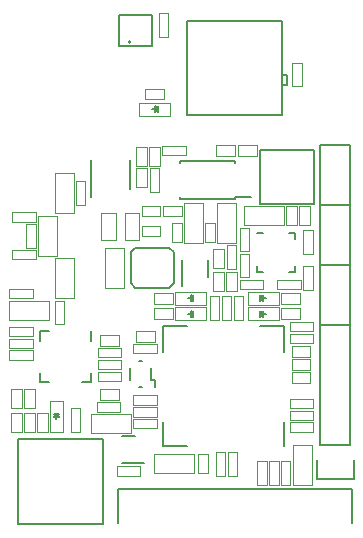
<source format=gto>
G04 #@! TF.FileFunction,Legend,Top*
%FSLAX46Y46*%
G04 Gerber Fmt 4.6, Leading zero omitted, Abs format (unit mm)*
G04 Created by KiCad (PCBNEW 4.0.2+dfsg1-stable) date Mo 03 Apr 2017 04:54:38 CEST*
%MOMM*%
G01*
G04 APERTURE LIST*
%ADD10C,0.100000*%
%ADD11C,0.150000*%
%ADD12C,0.200000*%
G04 APERTURE END LIST*
D10*
D11*
X76327000Y-106680000D02*
X73850500Y-106680000D01*
X76327000Y-101600000D02*
X73850500Y-101600000D01*
X76327000Y-96520000D02*
X73850500Y-96520000D01*
D10*
X57300000Y-99450000D02*
X57300000Y-97150000D01*
X57300000Y-97150000D02*
X58500000Y-97150000D01*
X58500000Y-97150000D02*
X58500000Y-99450000D01*
X58500000Y-99450000D02*
X57300000Y-99450000D01*
D11*
X73830000Y-116830000D02*
X73830000Y-91430000D01*
X73830000Y-91430000D02*
X76370000Y-91430000D01*
X76370000Y-91430000D02*
X76370000Y-116830000D01*
X73550000Y-119650000D02*
X73550000Y-118100000D01*
X73830000Y-116830000D02*
X76370000Y-116830000D01*
X76650000Y-118100000D02*
X76650000Y-119650000D01*
X76650000Y-119650000D02*
X73550000Y-119650000D01*
D10*
X58600000Y-119400000D02*
X56600000Y-119400000D01*
X56600000Y-119400000D02*
X56600000Y-118600000D01*
X56600000Y-118600000D02*
X58600000Y-118600000D01*
X58600000Y-118600000D02*
X58600000Y-119400000D01*
D11*
X66625000Y-96025000D02*
X66625000Y-95825000D01*
X61975000Y-96025000D02*
X61975000Y-95825000D01*
X61975000Y-92775000D02*
X61975000Y-92975000D01*
X66625000Y-92775000D02*
X66625000Y-92975000D01*
X66625000Y-96025000D02*
X61975000Y-96025000D01*
X66625000Y-92775000D02*
X61975000Y-92775000D01*
X66625000Y-95825000D02*
X67975000Y-95825000D01*
D10*
X58000000Y-108250000D02*
X60000000Y-108250000D01*
X60000000Y-108250000D02*
X60000000Y-109050000D01*
X60000000Y-109050000D02*
X58000000Y-109050000D01*
X58000000Y-109050000D02*
X58000000Y-108250000D01*
D11*
X59800000Y-111300000D02*
X59800000Y-111900000D01*
X59500000Y-111300000D02*
X59800000Y-111300000D01*
X57700000Y-111300000D02*
X57700000Y-110300000D01*
X59500000Y-111300000D02*
X59500000Y-110300000D01*
X58500000Y-109700000D02*
X58700000Y-109700000D01*
X58700000Y-111900000D02*
X58500000Y-111900000D01*
D10*
X58000000Y-114600000D02*
X60000000Y-114600000D01*
X60000000Y-114600000D02*
X60000000Y-115400000D01*
X60000000Y-115400000D02*
X58000000Y-115400000D01*
X58000000Y-115400000D02*
X58000000Y-114600000D01*
X60170000Y-82250000D02*
X60170000Y-80250000D01*
X60170000Y-80250000D02*
X60970000Y-80250000D01*
X60970000Y-80250000D02*
X60970000Y-82250000D01*
X60970000Y-82250000D02*
X60170000Y-82250000D01*
D11*
X57740711Y-82675000D02*
G75*
G03X57740711Y-82675000I-70711J0D01*
G01*
D12*
X59570000Y-82900000D02*
X59570000Y-80400000D01*
X59570000Y-80400000D02*
X56770000Y-80400000D01*
X56770000Y-80400000D02*
X56770000Y-82900000D01*
X56770000Y-82900000D02*
X56770000Y-83000000D01*
X56770000Y-83000000D02*
X59570000Y-83000000D01*
X59570000Y-83000000D02*
X59570000Y-82900000D01*
D10*
X55200000Y-107500000D02*
X56800000Y-107500000D01*
X56800000Y-107500000D02*
X56800000Y-108400000D01*
X56800000Y-108400000D02*
X55200000Y-108400000D01*
X55200000Y-108400000D02*
X55200000Y-107500000D01*
X60250000Y-91550000D02*
X60250000Y-93150000D01*
X60250000Y-93150000D02*
X59350000Y-93150000D01*
X59350000Y-93150000D02*
X59350000Y-91550000D01*
X59350000Y-91550000D02*
X60250000Y-91550000D01*
X66750000Y-102150000D02*
X66750000Y-103750000D01*
X66750000Y-103750000D02*
X65850000Y-103750000D01*
X65850000Y-103750000D02*
X65850000Y-102150000D01*
X65850000Y-102150000D02*
X66750000Y-102150000D01*
X66700000Y-99900000D02*
X66700000Y-101900000D01*
X66700000Y-101900000D02*
X65900000Y-101900000D01*
X65900000Y-101900000D02*
X65900000Y-99900000D01*
X65900000Y-99900000D02*
X66700000Y-99900000D01*
D11*
X71725000Y-98875000D02*
X71725000Y-99375000D01*
X68475000Y-102125000D02*
X68475000Y-101625000D01*
X71725000Y-102125000D02*
X71725000Y-101625000D01*
X68475000Y-98875000D02*
X68975000Y-98875000D01*
X68475000Y-102125000D02*
X68975000Y-102125000D01*
X71725000Y-102125000D02*
X71225000Y-102125000D01*
X71725000Y-98875000D02*
X71225000Y-98875000D01*
D10*
X67350000Y-96600000D02*
X67350000Y-98200000D01*
X67350000Y-98200000D02*
X70750000Y-98200000D01*
X70750000Y-98200000D02*
X70750000Y-96600000D01*
X70750000Y-96600000D02*
X67350000Y-96600000D01*
D11*
X57750000Y-95125000D02*
X57750000Y-92675000D01*
X54450000Y-95850000D02*
X54450000Y-92675000D01*
D10*
X60200000Y-93350000D02*
X60200000Y-95350000D01*
X60200000Y-95350000D02*
X59400000Y-95350000D01*
X59400000Y-95350000D02*
X59400000Y-93350000D01*
X59400000Y-93350000D02*
X60200000Y-93350000D01*
X58250000Y-94950000D02*
X58250000Y-93350000D01*
X58250000Y-93350000D02*
X59150000Y-93350000D01*
X59150000Y-93350000D02*
X59150000Y-94950000D01*
X59150000Y-94950000D02*
X58250000Y-94950000D01*
X60300000Y-99150000D02*
X58700000Y-99150000D01*
X58700000Y-99150000D02*
X58700000Y-98250000D01*
X58700000Y-98250000D02*
X60300000Y-98250000D01*
X60300000Y-98250000D02*
X60300000Y-99150000D01*
D12*
X55300000Y-123500000D02*
X55400000Y-123500000D01*
X55400000Y-123500000D02*
X55400000Y-123400000D01*
X48200000Y-123400000D02*
X48200000Y-123500000D01*
X48200000Y-123500000D02*
X48300000Y-123500000D01*
X48200000Y-116400000D02*
X48200000Y-116300000D01*
X48200000Y-116300000D02*
X48300000Y-116300000D01*
X55400000Y-116400000D02*
X55400000Y-116300000D01*
X55400000Y-116300000D02*
X55300000Y-116300000D01*
X48300000Y-123500000D02*
X55300000Y-123500000D01*
X55400000Y-123400000D02*
X55400000Y-116400000D01*
X55300000Y-116300000D02*
X48300000Y-116300000D01*
X48200000Y-116400000D02*
X48200000Y-123400000D01*
D10*
X49500000Y-108600000D02*
X47500000Y-108600000D01*
X47500000Y-108600000D02*
X47500000Y-107800000D01*
X47500000Y-107800000D02*
X49500000Y-107800000D01*
X49500000Y-107800000D02*
X49500000Y-108600000D01*
X71250000Y-107400000D02*
X73250000Y-107400000D01*
X73250000Y-107400000D02*
X73250000Y-108200000D01*
X73250000Y-108200000D02*
X71250000Y-108200000D01*
X71250000Y-108200000D02*
X71250000Y-107400000D01*
X52700000Y-115700000D02*
X52700000Y-113700000D01*
X52700000Y-113700000D02*
X53500000Y-113700000D01*
X53500000Y-113700000D02*
X53500000Y-115700000D01*
X53500000Y-115700000D02*
X52700000Y-115700000D01*
X49650000Y-112100000D02*
X49650000Y-113700000D01*
X49650000Y-113700000D02*
X48750000Y-113700000D01*
X48750000Y-113700000D02*
X48750000Y-112100000D01*
X48750000Y-112100000D02*
X49650000Y-112100000D01*
X59750000Y-103950000D02*
X61350000Y-103950000D01*
X61350000Y-103950000D02*
X61350000Y-104850000D01*
X61350000Y-104850000D02*
X59750000Y-104850000D01*
X59750000Y-104850000D02*
X59750000Y-103950000D01*
X57000000Y-111400000D02*
X55000000Y-111400000D01*
X55000000Y-111400000D02*
X55000000Y-110600000D01*
X55000000Y-110600000D02*
X57000000Y-110600000D01*
X57000000Y-110600000D02*
X57000000Y-111400000D01*
X48550000Y-114100000D02*
X48550000Y-115700000D01*
X48550000Y-115700000D02*
X47650000Y-115700000D01*
X47650000Y-115700000D02*
X47650000Y-114100000D01*
X47650000Y-114100000D02*
X48550000Y-114100000D01*
X50750000Y-114100000D02*
X50750000Y-115700000D01*
X50750000Y-115700000D02*
X49850000Y-115700000D01*
X49850000Y-115700000D02*
X49850000Y-114100000D01*
X49850000Y-114100000D02*
X50750000Y-114100000D01*
X48550000Y-112100000D02*
X48550000Y-113700000D01*
X48550000Y-113700000D02*
X47650000Y-113700000D01*
X47650000Y-113700000D02*
X47650000Y-112100000D01*
X47650000Y-112100000D02*
X48550000Y-112100000D01*
D11*
X54400000Y-111500000D02*
X53625000Y-111500000D01*
X50100000Y-107200000D02*
X50875000Y-107200000D01*
X50100000Y-111500000D02*
X50875000Y-111500000D01*
X54400000Y-107200000D02*
X54400000Y-107975000D01*
X50100000Y-107200000D02*
X50100000Y-107975000D01*
X50100000Y-111500000D02*
X50100000Y-110725000D01*
X54400000Y-111500000D02*
X54400000Y-110725000D01*
X64300000Y-102625000D02*
X64300000Y-101175000D01*
X62100000Y-103350000D02*
X62100000Y-101175000D01*
D10*
X60450000Y-91500000D02*
X62450000Y-91500000D01*
X62450000Y-91500000D02*
X62450000Y-92300000D01*
X62450000Y-92300000D02*
X60450000Y-92300000D01*
X60450000Y-92300000D02*
X60450000Y-91500000D01*
X63900000Y-96300000D02*
X62300000Y-96300000D01*
X62300000Y-96300000D02*
X62300000Y-99700000D01*
X62300000Y-99700000D02*
X63900000Y-99700000D01*
X63900000Y-99700000D02*
X63900000Y-96300000D01*
X57200000Y-100100000D02*
X55600000Y-100100000D01*
X55600000Y-100100000D02*
X55600000Y-103500000D01*
X55600000Y-103500000D02*
X57200000Y-103500000D01*
X57200000Y-103500000D02*
X57200000Y-100100000D01*
X67000000Y-100400000D02*
X67000000Y-98400000D01*
X67000000Y-98400000D02*
X67800000Y-98400000D01*
X67800000Y-98400000D02*
X67800000Y-100400000D01*
X67800000Y-100400000D02*
X67000000Y-100400000D01*
X67800000Y-100600000D02*
X67800000Y-102600000D01*
X67800000Y-102600000D02*
X67000000Y-102600000D01*
X67000000Y-102600000D02*
X67000000Y-100600000D01*
X67000000Y-100600000D02*
X67800000Y-100600000D01*
X72400000Y-100600000D02*
X72400000Y-98600000D01*
X72400000Y-98600000D02*
X73200000Y-98600000D01*
X73200000Y-98600000D02*
X73200000Y-100600000D01*
X73200000Y-100600000D02*
X72400000Y-100600000D01*
X69000000Y-103600000D02*
X67000000Y-103600000D01*
X67000000Y-103600000D02*
X67000000Y-102800000D01*
X67000000Y-102800000D02*
X69000000Y-102800000D01*
X69000000Y-102800000D02*
X69000000Y-103600000D01*
X70200000Y-102800000D02*
X72200000Y-102800000D01*
X72200000Y-102800000D02*
X72200000Y-103600000D01*
X72200000Y-103600000D02*
X70200000Y-103600000D01*
X70200000Y-103600000D02*
X70200000Y-102800000D01*
X73200000Y-101650000D02*
X73200000Y-103650000D01*
X73200000Y-103650000D02*
X72400000Y-103650000D01*
X72400000Y-103650000D02*
X72400000Y-101650000D01*
X72400000Y-101650000D02*
X73200000Y-101650000D01*
X49500000Y-107600000D02*
X47500000Y-107600000D01*
X47500000Y-107600000D02*
X47500000Y-106800000D01*
X47500000Y-106800000D02*
X49500000Y-106800000D01*
X49500000Y-106800000D02*
X49500000Y-107600000D01*
X49500000Y-109600000D02*
X47500000Y-109600000D01*
X47500000Y-109600000D02*
X47500000Y-108800000D01*
X47500000Y-108800000D02*
X49500000Y-108800000D01*
X49500000Y-108800000D02*
X49500000Y-109600000D01*
X57000000Y-109400000D02*
X55000000Y-109400000D01*
X55000000Y-109400000D02*
X55000000Y-108600000D01*
X55000000Y-108600000D02*
X57000000Y-108600000D01*
X57000000Y-108600000D02*
X57000000Y-109400000D01*
X49500000Y-104400000D02*
X47500000Y-104400000D01*
X47500000Y-104400000D02*
X47500000Y-103600000D01*
X47500000Y-103600000D02*
X49500000Y-103600000D01*
X49500000Y-103600000D02*
X49500000Y-104400000D01*
X52150000Y-104600000D02*
X52150000Y-106600000D01*
X52150000Y-106600000D02*
X51350000Y-106600000D01*
X51350000Y-106600000D02*
X51350000Y-104600000D01*
X51350000Y-104600000D02*
X52150000Y-104600000D01*
X54900000Y-113200000D02*
X56900000Y-113200000D01*
X56900000Y-113200000D02*
X56900000Y-114000000D01*
X56900000Y-114000000D02*
X54900000Y-114000000D01*
X54900000Y-114000000D02*
X54900000Y-113200000D01*
X69300000Y-118200000D02*
X69300000Y-120200000D01*
X69300000Y-120200000D02*
X68500000Y-120200000D01*
X68500000Y-120200000D02*
X68500000Y-118200000D01*
X68500000Y-118200000D02*
X69300000Y-118200000D01*
X70300000Y-118200000D02*
X70300000Y-120200000D01*
X70300000Y-120200000D02*
X69500000Y-120200000D01*
X69500000Y-120200000D02*
X69500000Y-118200000D01*
X69500000Y-118200000D02*
X70300000Y-118200000D01*
X71300000Y-118200000D02*
X71300000Y-120200000D01*
X71300000Y-120200000D02*
X70500000Y-120200000D01*
X70500000Y-120200000D02*
X70500000Y-118200000D01*
X70500000Y-118200000D02*
X71300000Y-118200000D01*
X60000000Y-113400000D02*
X58000000Y-113400000D01*
X58000000Y-113400000D02*
X58000000Y-112600000D01*
X58000000Y-112600000D02*
X60000000Y-112600000D01*
X60000000Y-112600000D02*
X60000000Y-113400000D01*
X64500000Y-106200000D02*
X64500000Y-104200000D01*
X64500000Y-104200000D02*
X65300000Y-104200000D01*
X65300000Y-104200000D02*
X65300000Y-106200000D01*
X65300000Y-106200000D02*
X64500000Y-106200000D01*
X71250000Y-106400000D02*
X73250000Y-106400000D01*
X73250000Y-106400000D02*
X73250000Y-107200000D01*
X73250000Y-107200000D02*
X71250000Y-107200000D01*
X71250000Y-107200000D02*
X71250000Y-106400000D01*
X65800000Y-117400000D02*
X65800000Y-119400000D01*
X65800000Y-119400000D02*
X65000000Y-119400000D01*
X65000000Y-119400000D02*
X65000000Y-117400000D01*
X65000000Y-117400000D02*
X65800000Y-117400000D01*
X71250000Y-113900000D02*
X73250000Y-113900000D01*
X73250000Y-113900000D02*
X73250000Y-114700000D01*
X73250000Y-114700000D02*
X71250000Y-114700000D01*
X71250000Y-114700000D02*
X71250000Y-113900000D01*
X66500000Y-106200000D02*
X66500000Y-104200000D01*
X66500000Y-104200000D02*
X67300000Y-104200000D01*
X67300000Y-104200000D02*
X67300000Y-106200000D01*
X67300000Y-106200000D02*
X66500000Y-106200000D01*
X66800000Y-117400000D02*
X66800000Y-119400000D01*
X66800000Y-119400000D02*
X66000000Y-119400000D01*
X66000000Y-119400000D02*
X66000000Y-117400000D01*
X66000000Y-117400000D02*
X66800000Y-117400000D01*
X71250000Y-112900000D02*
X73250000Y-112900000D01*
X73250000Y-112900000D02*
X73250000Y-113700000D01*
X73250000Y-113700000D02*
X71250000Y-113700000D01*
X71250000Y-113700000D02*
X71250000Y-112900000D01*
X65500000Y-106200000D02*
X65500000Y-104200000D01*
X65500000Y-104200000D02*
X66300000Y-104200000D01*
X66300000Y-104200000D02*
X66300000Y-106200000D01*
X66300000Y-106200000D02*
X65500000Y-106200000D01*
X58000000Y-113600000D02*
X60000000Y-113600000D01*
X60000000Y-113600000D02*
X60000000Y-114400000D01*
X60000000Y-114400000D02*
X58000000Y-114400000D01*
X58000000Y-114400000D02*
X58000000Y-113600000D01*
X71250000Y-114900000D02*
X73250000Y-114900000D01*
X73250000Y-114900000D02*
X73250000Y-115700000D01*
X73250000Y-115700000D02*
X71250000Y-115700000D01*
X71250000Y-115700000D02*
X71250000Y-114900000D01*
X70300000Y-105150000D02*
X70300000Y-106250000D01*
X67700000Y-106250000D02*
X67700000Y-105150000D01*
X67700000Y-105150000D02*
X70300000Y-105150000D01*
X70300000Y-106250000D02*
X67700000Y-106250000D01*
D11*
X68800000Y-105700000D02*
X69250000Y-105700000D01*
X68750000Y-105450000D02*
X68750000Y-105950000D01*
X68750000Y-105700000D02*
X69000000Y-105450000D01*
X69000000Y-105450000D02*
X69000000Y-105950000D01*
X69000000Y-105950000D02*
X68750000Y-105700000D01*
D10*
X70300000Y-103850000D02*
X70300000Y-104950000D01*
X67700000Y-104950000D02*
X67700000Y-103850000D01*
X67700000Y-103850000D02*
X70300000Y-103850000D01*
X70300000Y-104950000D02*
X67700000Y-104950000D01*
D11*
X68800000Y-104400000D02*
X69250000Y-104400000D01*
X68750000Y-104150000D02*
X68750000Y-104650000D01*
X68750000Y-104400000D02*
X69000000Y-104150000D01*
X69000000Y-104150000D02*
X69000000Y-104650000D01*
X69000000Y-104650000D02*
X68750000Y-104400000D01*
D10*
X61549300Y-104950000D02*
X61549300Y-103850000D01*
X64149300Y-103850000D02*
X64149300Y-104950000D01*
X64149300Y-104950000D02*
X61549300Y-104950000D01*
X61549300Y-103850000D02*
X64149300Y-103850000D01*
D11*
X63049300Y-104400000D02*
X62599300Y-104400000D01*
X63099300Y-104650000D02*
X63099300Y-104150000D01*
X63099300Y-104400000D02*
X62849300Y-104650000D01*
X62849300Y-104650000D02*
X62849300Y-104150000D01*
X62849300Y-104150000D02*
X63099300Y-104400000D01*
D10*
X61549300Y-106250000D02*
X61549300Y-105150000D01*
X64149300Y-105150000D02*
X64149300Y-106250000D01*
X64149300Y-106250000D02*
X61549300Y-106250000D01*
X61549300Y-105150000D02*
X64149300Y-105150000D01*
D11*
X63049300Y-105700000D02*
X62599300Y-105700000D01*
X63099300Y-105950000D02*
X63099300Y-105450000D01*
X63099300Y-105700000D02*
X62849300Y-105950000D01*
X62849300Y-105950000D02*
X62849300Y-105450000D01*
X62849300Y-105450000D02*
X63099300Y-105700000D01*
D10*
X52050000Y-115700000D02*
X50950000Y-115700000D01*
X50950000Y-113100000D02*
X52050000Y-113100000D01*
X52050000Y-113100000D02*
X52050000Y-115700000D01*
X50950000Y-115700000D02*
X50950000Y-113100000D01*
D11*
X51500000Y-114200000D02*
X51500000Y-114650000D01*
X51750000Y-114150000D02*
X51250000Y-114150000D01*
X51500000Y-114150000D02*
X51750000Y-114400000D01*
X51750000Y-114400000D02*
X51250000Y-114400000D01*
X51250000Y-114400000D02*
X51500000Y-114150000D01*
D10*
X58250000Y-93150000D02*
X58250000Y-91550000D01*
X58250000Y-91550000D02*
X59150000Y-91550000D01*
X59150000Y-91550000D02*
X59150000Y-93150000D01*
X59150000Y-93150000D02*
X58250000Y-93150000D01*
X71850000Y-96600000D02*
X71850000Y-98200000D01*
X71850000Y-98200000D02*
X70950000Y-98200000D01*
X70950000Y-98200000D02*
X70950000Y-96600000D01*
X70950000Y-96600000D02*
X71850000Y-96600000D01*
X72050000Y-98200000D02*
X72050000Y-96600000D01*
X72050000Y-96600000D02*
X72950000Y-96600000D01*
X72950000Y-96600000D02*
X72950000Y-98200000D01*
X72950000Y-98200000D02*
X72050000Y-98200000D01*
X64950000Y-98000000D02*
X64950000Y-99600000D01*
X64950000Y-99600000D02*
X64050000Y-99600000D01*
X64050000Y-99600000D02*
X64050000Y-98000000D01*
X64050000Y-98000000D02*
X64950000Y-98000000D01*
X65650000Y-100250000D02*
X65650000Y-101850000D01*
X65650000Y-101850000D02*
X64750000Y-101850000D01*
X64750000Y-101850000D02*
X64750000Y-100250000D01*
X64750000Y-100250000D02*
X65650000Y-100250000D01*
X72100000Y-106150000D02*
X70500000Y-106150000D01*
X70500000Y-106150000D02*
X70500000Y-105250000D01*
X70500000Y-105250000D02*
X72100000Y-105250000D01*
X72100000Y-105250000D02*
X72100000Y-106150000D01*
X59750000Y-105250000D02*
X61350000Y-105250000D01*
X61350000Y-105250000D02*
X61350000Y-106150000D01*
X61350000Y-106150000D02*
X59750000Y-106150000D01*
X59750000Y-106150000D02*
X59750000Y-105250000D01*
X71400000Y-110650000D02*
X73000000Y-110650000D01*
X73000000Y-110650000D02*
X73000000Y-111550000D01*
X73000000Y-111550000D02*
X71400000Y-111550000D01*
X71400000Y-111550000D02*
X71400000Y-110650000D01*
X56500000Y-97150000D02*
X56500000Y-99450000D01*
X56500000Y-99450000D02*
X55300000Y-99450000D01*
X55300000Y-99450000D02*
X55300000Y-97150000D01*
X55300000Y-97150000D02*
X56500000Y-97150000D01*
X57000000Y-110400000D02*
X55000000Y-110400000D01*
X55000000Y-110400000D02*
X55000000Y-109600000D01*
X55000000Y-109600000D02*
X57000000Y-109600000D01*
X57000000Y-109600000D02*
X57000000Y-110400000D01*
X55200000Y-112100000D02*
X56800000Y-112100000D01*
X56800000Y-112100000D02*
X56800000Y-113000000D01*
X56800000Y-113000000D02*
X55200000Y-113000000D01*
X55200000Y-113000000D02*
X55200000Y-112100000D01*
X71500000Y-120200000D02*
X73100000Y-120200000D01*
X73100000Y-120200000D02*
X73100000Y-116800000D01*
X73100000Y-116800000D02*
X71500000Y-116800000D01*
X71500000Y-116800000D02*
X71500000Y-120200000D01*
X65100000Y-99700000D02*
X66700000Y-99700000D01*
X66700000Y-99700000D02*
X66700000Y-96300000D01*
X66700000Y-96300000D02*
X65100000Y-96300000D01*
X65100000Y-96300000D02*
X65100000Y-99700000D01*
X62100000Y-97450000D02*
X60500000Y-97450000D01*
X60500000Y-97450000D02*
X60500000Y-96550000D01*
X60500000Y-96550000D02*
X62100000Y-96550000D01*
X62100000Y-96550000D02*
X62100000Y-97450000D01*
X73000000Y-110450000D02*
X71400000Y-110450000D01*
X71400000Y-110450000D02*
X71400000Y-109550000D01*
X71400000Y-109550000D02*
X73000000Y-109550000D01*
X73000000Y-109550000D02*
X73000000Y-110450000D01*
D12*
X61430000Y-103110000D02*
X61040000Y-103500000D01*
X61430000Y-100490000D02*
X61040000Y-100100000D01*
X61430000Y-103110000D02*
X61430000Y-100490000D01*
X58160000Y-100100000D02*
X57770000Y-100490000D01*
X57770000Y-100490000D02*
X57770000Y-103110000D01*
X58160000Y-103500000D02*
X57770000Y-103110000D01*
X61040000Y-103500000D02*
X58160000Y-103500000D01*
X59600000Y-100100000D02*
X61040000Y-100100000D01*
X59600000Y-100100000D02*
X58160000Y-100100000D01*
D10*
X57800000Y-115800000D02*
X57800000Y-114200000D01*
X57800000Y-114200000D02*
X54400000Y-114200000D01*
X54400000Y-114200000D02*
X54400000Y-115800000D01*
X54400000Y-115800000D02*
X57800000Y-115800000D01*
X71400000Y-108450000D02*
X73000000Y-108450000D01*
X73000000Y-108450000D02*
X73000000Y-109350000D01*
X73000000Y-109350000D02*
X71400000Y-109350000D01*
X71400000Y-109350000D02*
X71400000Y-108450000D01*
X66850000Y-91450000D02*
X68450000Y-91450000D01*
X68450000Y-91450000D02*
X68450000Y-92350000D01*
X68450000Y-92350000D02*
X66850000Y-92350000D01*
X66850000Y-92350000D02*
X66850000Y-91450000D01*
X65037530Y-91450000D02*
X66637530Y-91450000D01*
X66637530Y-91450000D02*
X66637530Y-92350000D01*
X66637530Y-92350000D02*
X65037530Y-92350000D01*
X65037530Y-92350000D02*
X65037530Y-91450000D01*
D11*
X70750000Y-106700000D02*
X70750000Y-108900000D01*
X70750000Y-106700000D02*
X68750000Y-106700000D01*
X60550000Y-106700000D02*
X62550000Y-106700000D01*
X60550000Y-106700000D02*
X60550000Y-108900000D01*
X60550000Y-116900000D02*
X60550000Y-114900000D01*
X60550000Y-116900000D02*
X62550000Y-116900000D01*
X70750000Y-116900000D02*
X70750000Y-114900000D01*
D10*
X61250000Y-99600000D02*
X61250000Y-98000000D01*
X61250000Y-98000000D02*
X62150000Y-98000000D01*
X62150000Y-98000000D02*
X62150000Y-99600000D01*
X62150000Y-99600000D02*
X61250000Y-99600000D01*
X72100000Y-104850000D02*
X70500000Y-104850000D01*
X70500000Y-104850000D02*
X70500000Y-103950000D01*
X70500000Y-103950000D02*
X72100000Y-103950000D01*
X72100000Y-103950000D02*
X72100000Y-104850000D01*
X58200000Y-107150000D02*
X59800000Y-107150000D01*
X59800000Y-107150000D02*
X59800000Y-108050000D01*
X59800000Y-108050000D02*
X58200000Y-108050000D01*
X58200000Y-108050000D02*
X58200000Y-107150000D01*
X65650000Y-102150000D02*
X65650000Y-103750000D01*
X65650000Y-103750000D02*
X64750000Y-103750000D01*
X64750000Y-103750000D02*
X64750000Y-102150000D01*
X64750000Y-102150000D02*
X65650000Y-102150000D01*
X49650000Y-114100000D02*
X49650000Y-115700000D01*
X49650000Y-115700000D02*
X48750000Y-115700000D01*
X48750000Y-115700000D02*
X48750000Y-114100000D01*
X48750000Y-114100000D02*
X49650000Y-114100000D01*
X64350000Y-117600000D02*
X64350000Y-119200000D01*
X64350000Y-119200000D02*
X63450000Y-119200000D01*
X63450000Y-119200000D02*
X63450000Y-117600000D01*
X63450000Y-117600000D02*
X64350000Y-117600000D01*
D12*
X76491000Y-120522000D02*
X56679000Y-120522000D01*
X76491000Y-120522000D02*
X76491000Y-123443000D01*
X56679000Y-123443000D02*
X56679000Y-120522000D01*
D10*
X58519300Y-88950000D02*
X58519300Y-87850000D01*
X61119300Y-87850000D02*
X61119300Y-88950000D01*
X61119300Y-88950000D02*
X58519300Y-88950000D01*
X58519300Y-87850000D02*
X61119300Y-87850000D01*
D11*
X60019300Y-88400000D02*
X59569300Y-88400000D01*
X60069300Y-88650000D02*
X60069300Y-88150000D01*
X60069300Y-88400000D02*
X59819300Y-88650000D01*
X59819300Y-88650000D02*
X59819300Y-88150000D01*
X59819300Y-88150000D02*
X60069300Y-88400000D01*
D10*
X60620000Y-87550000D02*
X59020000Y-87550000D01*
X59020000Y-87550000D02*
X59020000Y-86650000D01*
X59020000Y-86650000D02*
X60620000Y-86650000D01*
X60620000Y-86650000D02*
X60620000Y-87550000D01*
X72270000Y-84450000D02*
X72270000Y-86450000D01*
X72270000Y-86450000D02*
X71470000Y-86450000D01*
X71470000Y-86450000D02*
X71470000Y-84450000D01*
X71470000Y-84450000D02*
X72270000Y-84450000D01*
D12*
X70985000Y-86300000D02*
X70585000Y-86300000D01*
X70985000Y-85500000D02*
X70985000Y-86300000D01*
X70585000Y-85500000D02*
X70985000Y-85500000D01*
X70585000Y-88900000D02*
X62585000Y-88900000D01*
X70585000Y-80900000D02*
X70585000Y-88900000D01*
X62585000Y-80900000D02*
X70585000Y-80900000D01*
X62585000Y-88900000D02*
X62585000Y-80900000D01*
D10*
X48950000Y-100100000D02*
X48950000Y-98100000D01*
X48950000Y-98100000D02*
X49750000Y-98100000D01*
X49750000Y-98100000D02*
X49750000Y-100100000D01*
X49750000Y-100100000D02*
X48950000Y-100100000D01*
X49750000Y-97900000D02*
X47750000Y-97900000D01*
X47750000Y-97900000D02*
X47750000Y-97100000D01*
X47750000Y-97100000D02*
X49750000Y-97100000D01*
X49750000Y-97100000D02*
X49750000Y-97900000D01*
X53150000Y-96500000D02*
X53150000Y-94500000D01*
X53150000Y-94500000D02*
X53950000Y-94500000D01*
X53950000Y-94500000D02*
X53950000Y-96500000D01*
X53950000Y-96500000D02*
X53150000Y-96500000D01*
X47500000Y-104600000D02*
X47500000Y-106200000D01*
X47500000Y-106200000D02*
X50900000Y-106200000D01*
X50900000Y-106200000D02*
X50900000Y-104600000D01*
X50900000Y-104600000D02*
X47500000Y-104600000D01*
X51350000Y-104400000D02*
X52950000Y-104400000D01*
X52950000Y-104400000D02*
X52950000Y-101000000D01*
X52950000Y-101000000D02*
X51350000Y-101000000D01*
X51350000Y-101000000D02*
X51350000Y-104400000D01*
X49950000Y-100800000D02*
X51550000Y-100800000D01*
X51550000Y-100800000D02*
X51550000Y-97400000D01*
X51550000Y-97400000D02*
X49950000Y-97400000D01*
X49950000Y-97400000D02*
X49950000Y-100800000D01*
X51350000Y-97200000D02*
X52950000Y-97200000D01*
X52950000Y-97200000D02*
X52950000Y-93800000D01*
X52950000Y-93800000D02*
X51350000Y-93800000D01*
X51350000Y-93800000D02*
X51350000Y-97200000D01*
X49750000Y-101100000D02*
X47750000Y-101100000D01*
X47750000Y-101100000D02*
X47750000Y-100300000D01*
X47750000Y-100300000D02*
X49750000Y-100300000D01*
X49750000Y-100300000D02*
X49750000Y-101100000D01*
X63150000Y-119200000D02*
X63150000Y-117600000D01*
X63150000Y-117600000D02*
X59750000Y-117600000D01*
X59750000Y-117600000D02*
X59750000Y-119200000D01*
X59750000Y-119200000D02*
X63150000Y-119200000D01*
D11*
X58175000Y-116075000D02*
X57025000Y-116075000D01*
X58950000Y-118325000D02*
X57025000Y-118325000D01*
D10*
X60300000Y-97450000D02*
X58700000Y-97450000D01*
X58700000Y-97450000D02*
X58700000Y-96550000D01*
X58700000Y-96550000D02*
X60300000Y-96550000D01*
X60300000Y-96550000D02*
X60300000Y-97450000D01*
D11*
X73300000Y-96400000D02*
X73300000Y-91800000D01*
X68700000Y-96400000D02*
X73300000Y-96400000D01*
X68700000Y-91800000D02*
X68700000Y-96400000D01*
X73300000Y-91800000D02*
X68700000Y-91800000D01*
M02*

</source>
